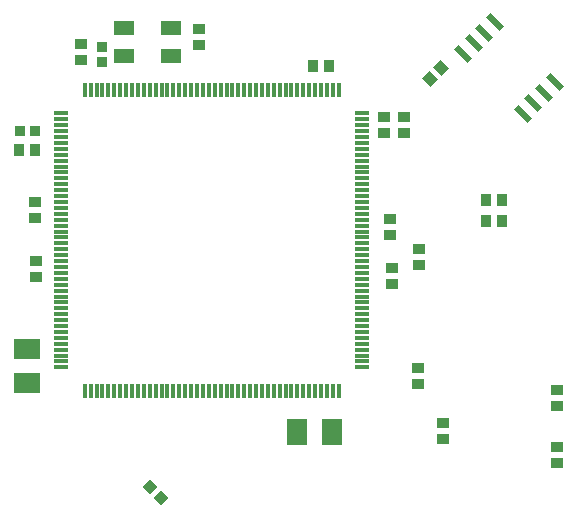
<source format=gbr>
%TF.GenerationSoftware,Altium Limited,Altium Designer,20.2.5 (213)*%
G04 Layer_Color=8421504*
%FSLAX44Y44*%
%MOMM*%
%TF.SameCoordinates,159794D8-7842-4491-B27A-FE66E37C9FAE*%
%TF.FilePolarity,Positive*%
%TF.FileFunction,Paste,Top*%
%TF.Part,Single*%
G01*
G75*
%TA.AperFunction,SMDPad,SMDef*%
G04:AMPARAMS|DCode=15|XSize=1.65mm|YSize=0.58mm|CornerRadius=0.0725mm|HoleSize=0mm|Usage=FLASHONLY|Rotation=135.000|XOffset=0mm|YOffset=0mm|HoleType=Round|Shape=RoundedRectangle|*
%AMROUNDEDRECTD15*
21,1,1.6500,0.4350,0,0,135.0*
21,1,1.5050,0.5800,0,0,135.0*
1,1,0.1450,-0.3783,0.6859*
1,1,0.1450,0.6859,-0.3783*
1,1,0.1450,0.3783,-0.6859*
1,1,0.1450,-0.6859,0.3783*
%
%ADD15ROUNDEDRECTD15*%
G04:AMPARAMS|DCode=16|XSize=0.95mm|YSize=0.85mm|CornerRadius=0mm|HoleSize=0mm|Usage=FLASHONLY|Rotation=225.000|XOffset=0mm|YOffset=0mm|HoleType=Round|Shape=Rectangle|*
%AMROTATEDRECTD16*
4,1,4,0.0354,0.6364,0.6364,0.0354,-0.0354,-0.6364,-0.6364,-0.0354,0.0354,0.6364,0.0*
%
%ADD16ROTATEDRECTD16*%

%ADD17R,1.8000X2.2300*%
%ADD18R,0.9000X1.0000*%
%ADD19R,1.0000X0.9000*%
%ADD20R,1.8000X1.2000*%
%TA.AperFunction,SMDPad,CuDef*%
%ADD21R,1.1938X0.3048*%
%ADD22R,0.3048X1.1938*%
%TA.AperFunction,SMDPad,SMDef*%
%ADD23R,0.8500X0.9500*%
G04:AMPARAMS|DCode=24|XSize=1mm|YSize=0.9mm|CornerRadius=0mm|HoleSize=0mm|Usage=FLASHONLY|Rotation=315.000|XOffset=0mm|YOffset=0mm|HoleType=Round|Shape=Rectangle|*
%AMROTATEDRECTD24*
4,1,4,-0.6718,0.0354,-0.0354,0.6718,0.6718,-0.0354,0.0354,-0.6718,-0.6718,0.0354,0.0*
%
%ADD24ROTATEDRECTD24*%

%ADD25R,0.9500X0.8500*%
%ADD26R,2.2300X1.8000*%
D15*
X773879Y828590D02*
D03*
X782860Y837570D02*
D03*
X791840Y846550D02*
D03*
X800820Y855531D02*
D03*
X750121Y906230D02*
D03*
X741140Y897250D02*
D03*
X732160Y888270D02*
D03*
X723180Y879289D02*
D03*
D16*
X467384Y503150D02*
D03*
X458192Y512342D02*
D03*
D17*
X582940Y558800D02*
D03*
X612140D02*
D03*
D18*
X756310Y755390D02*
D03*
X742810D02*
D03*
X756050Y737870D02*
D03*
X742550D02*
D03*
X596500Y868680D02*
D03*
X610000D02*
D03*
X361080Y797560D02*
D03*
X347580D02*
D03*
D19*
X685800Y700640D02*
D03*
Y714140D02*
D03*
X662940Y684130D02*
D03*
Y697630D02*
D03*
X656590Y825900D02*
D03*
Y812400D02*
D03*
X673100Y825900D02*
D03*
Y812400D02*
D03*
X499618Y887076D02*
D03*
Y900576D02*
D03*
X400050Y887260D02*
D03*
Y873760D02*
D03*
X360680Y753510D02*
D03*
Y740010D02*
D03*
X361950Y690480D02*
D03*
Y703980D02*
D03*
X661670Y739540D02*
D03*
Y726040D02*
D03*
X685546Y599930D02*
D03*
Y613430D02*
D03*
X706120Y553320D02*
D03*
Y566820D02*
D03*
X802640Y546500D02*
D03*
Y533000D02*
D03*
Y594760D02*
D03*
Y581260D02*
D03*
D20*
X476438Y877508D02*
D03*
X436438Y877508D02*
D03*
Y901508D02*
D03*
X476438D02*
D03*
D21*
X383040Y798860D02*
D03*
Y803860D02*
D03*
Y683860D02*
D03*
Y678860D02*
D03*
Y663860D02*
D03*
Y668860D02*
D03*
Y673860D02*
D03*
Y688860D02*
D03*
X638040Y828860D02*
D03*
Y823860D02*
D03*
Y818860D02*
D03*
Y813860D02*
D03*
Y808860D02*
D03*
Y803860D02*
D03*
Y798860D02*
D03*
Y793860D02*
D03*
Y788860D02*
D03*
Y783860D02*
D03*
Y778860D02*
D03*
Y773860D02*
D03*
Y768860D02*
D03*
Y763860D02*
D03*
Y758860D02*
D03*
Y753860D02*
D03*
Y748860D02*
D03*
Y743860D02*
D03*
Y738860D02*
D03*
Y733860D02*
D03*
Y728860D02*
D03*
Y723860D02*
D03*
Y718860D02*
D03*
Y713860D02*
D03*
Y708860D02*
D03*
Y703860D02*
D03*
Y698860D02*
D03*
Y693860D02*
D03*
Y688860D02*
D03*
Y683860D02*
D03*
Y678860D02*
D03*
Y673860D02*
D03*
Y668860D02*
D03*
Y663860D02*
D03*
Y658860D02*
D03*
Y653860D02*
D03*
Y648860D02*
D03*
Y643860D02*
D03*
Y638860D02*
D03*
Y633860D02*
D03*
Y628860D02*
D03*
Y623860D02*
D03*
Y618860D02*
D03*
Y613860D02*
D03*
X383040Y613860D02*
D03*
Y618860D02*
D03*
Y623860D02*
D03*
Y628860D02*
D03*
Y633860D02*
D03*
Y638860D02*
D03*
Y643860D02*
D03*
Y648860D02*
D03*
Y653860D02*
D03*
Y658860D02*
D03*
Y693860D02*
D03*
Y698860D02*
D03*
Y703860D02*
D03*
Y708860D02*
D03*
Y713860D02*
D03*
Y718860D02*
D03*
Y723860D02*
D03*
Y728860D02*
D03*
Y733860D02*
D03*
Y738860D02*
D03*
Y743860D02*
D03*
Y748860D02*
D03*
Y753860D02*
D03*
Y758860D02*
D03*
Y763860D02*
D03*
Y768860D02*
D03*
Y773860D02*
D03*
Y778860D02*
D03*
Y783860D02*
D03*
Y788860D02*
D03*
Y793860D02*
D03*
Y808860D02*
D03*
Y813860D02*
D03*
Y818860D02*
D03*
Y823860D02*
D03*
Y828860D02*
D03*
D22*
X543040Y848860D02*
D03*
X538040D02*
D03*
X533040D02*
D03*
X528040D02*
D03*
X618040Y593860D02*
D03*
X613040D02*
D03*
X608040D02*
D03*
X603040D02*
D03*
X598040D02*
D03*
X593040D02*
D03*
X588040D02*
D03*
X583040D02*
D03*
X578040D02*
D03*
X573040D02*
D03*
X568040D02*
D03*
X563040D02*
D03*
X558040D02*
D03*
X553040D02*
D03*
X548040D02*
D03*
X543040D02*
D03*
X538040D02*
D03*
X533040D02*
D03*
X528040D02*
D03*
X523040D02*
D03*
X518040D02*
D03*
X513040D02*
D03*
X508040D02*
D03*
X503040D02*
D03*
X498040D02*
D03*
X493040D02*
D03*
X488040D02*
D03*
X483040D02*
D03*
X478040D02*
D03*
X473040D02*
D03*
X468040D02*
D03*
X463040D02*
D03*
X458040D02*
D03*
X453040D02*
D03*
X448040D02*
D03*
X443040D02*
D03*
X438040D02*
D03*
X433040D02*
D03*
X428040D02*
D03*
X423040D02*
D03*
X418040D02*
D03*
X413040D02*
D03*
X408040D02*
D03*
X403040D02*
D03*
X403040Y848860D02*
D03*
X408040D02*
D03*
X413040D02*
D03*
X418040D02*
D03*
X423040D02*
D03*
X428040D02*
D03*
X433040D02*
D03*
X438040D02*
D03*
X443040D02*
D03*
X448040D02*
D03*
X453040D02*
D03*
X458040D02*
D03*
X463040D02*
D03*
X468040D02*
D03*
X473040D02*
D03*
X478040D02*
D03*
X483040D02*
D03*
X488040D02*
D03*
X493040D02*
D03*
X498040D02*
D03*
X503040D02*
D03*
X508040D02*
D03*
X513040D02*
D03*
X518040D02*
D03*
X523040D02*
D03*
X548040D02*
D03*
X553040D02*
D03*
X558040D02*
D03*
X563040D02*
D03*
X568040D02*
D03*
X573040D02*
D03*
X578040D02*
D03*
X583040D02*
D03*
X588040D02*
D03*
X593040D02*
D03*
X598040D02*
D03*
X603040D02*
D03*
X608040D02*
D03*
X613040D02*
D03*
X618040D02*
D03*
D23*
X347830Y814070D02*
D03*
X360830D02*
D03*
D24*
X694997Y858065D02*
D03*
X704543Y867611D02*
D03*
D25*
X417830Y872340D02*
D03*
Y885340D02*
D03*
D26*
X354076Y600334D02*
D03*
Y629534D02*
D03*
%TF.MD5,4a686662f38137e14f4df719ba167dcf*%
M02*

</source>
